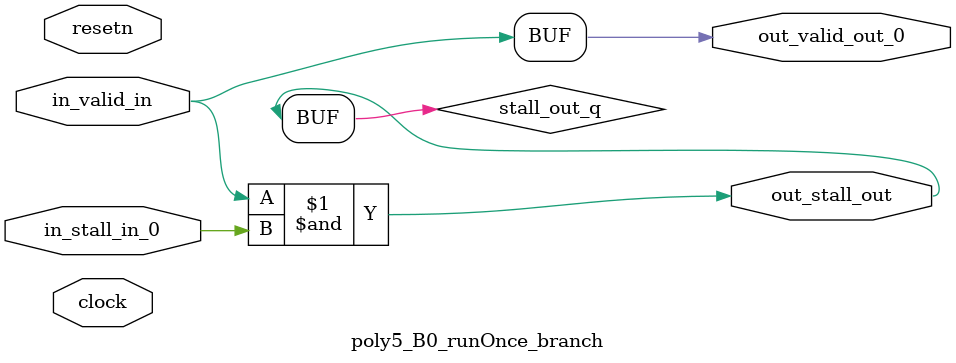
<source format=sv>



(* altera_attribute = "-name AUTO_SHIFT_REGISTER_RECOGNITION OFF; -name MESSAGE_DISABLE 10036; -name MESSAGE_DISABLE 10037; -name MESSAGE_DISABLE 14130; -name MESSAGE_DISABLE 14320; -name MESSAGE_DISABLE 15400; -name MESSAGE_DISABLE 14130; -name MESSAGE_DISABLE 10036; -name MESSAGE_DISABLE 12020; -name MESSAGE_DISABLE 12030; -name MESSAGE_DISABLE 12010; -name MESSAGE_DISABLE 12110; -name MESSAGE_DISABLE 14320; -name MESSAGE_DISABLE 13410; -name MESSAGE_DISABLE 113007; -name MESSAGE_DISABLE 10958" *)
module poly5_B0_runOnce_branch (
    input wire [0:0] in_stall_in_0,
    input wire [0:0] in_valid_in,
    output wire [0:0] out_stall_out,
    output wire [0:0] out_valid_out_0,
    input wire clock,
    input wire resetn
    );

    wire [0:0] stall_out_q;


    // stall_out(LOGICAL,6)
    assign stall_out_q = in_valid_in & in_stall_in_0;

    // out_stall_out(GPOUT,4)
    assign out_stall_out = stall_out_q;

    // out_valid_out_0(GPOUT,5)
    assign out_valid_out_0 = in_valid_in;

endmodule

</source>
